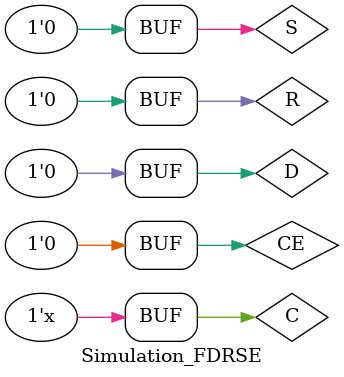
<source format=v>
`timescale 1ns / 1ps


module Simulation_FDRSE;
    reg R, S, CE, D, C;
    wire Q;
    
    FDRSE uut(R, S, CE, D, C, Q);
    
    initial begin
    C = 0;
    
    R = 1;
    S = 0;
    CE = 0;
    D = 0;
    #200;
    R = 0;
    S = 1;
    CE = 0;
    D = 0;
    #200;
    R = 0;
    S = 0;
    CE = 0;
    D = 0;
    #200;
    R = 0;
    S = 0;
    CE = 1;
    D = 0;
    #200;
    R = 0;
    S = 0;
    CE = 1;
    D = 1;
    #200;
    R = 0;
    S = 0;
    CE = 0;
    D = 0;
    
    
    end
    
    
    always begin
    #100 C = ~C; 
    end
    
    
endmodule

</source>
